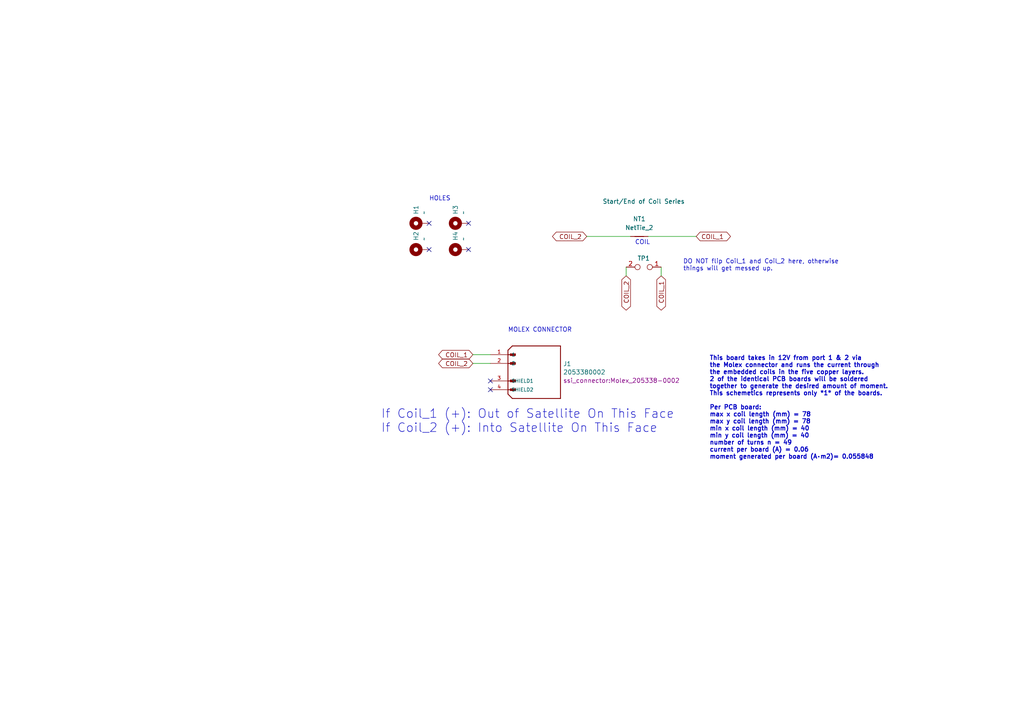
<source format=kicad_sch>
(kicad_sch (version 20231120) (generator "eeschema") (generator_version "8.0")
  (paper "A4")
  (title_block (title "Magnemite") (date "2024-05-07") (rev "2.0") (comment 1 "Designed by: Eric Liu") (comment 2 "Retrofitted by: River Dowdy"))
  (lib_symbols
    (symbol "Device:NetTie_2" (pin_numbers hide) (pin_names (offset 0) hide) (in_bom no)
      (property "Reference" "NT" (at 0 1.27 0))
      (property "Value" "NetTie_2" (at 0 -1.27 0))
      (symbol "NetTie_2_0_1"
        (polyline (pts (xy -1.27 0) (xy 1.27 0)) (stroke (width 0.254)))
      )
      (symbol "NetTie_2_1_1"
        (pin passive line (at -2.54 0 0) (length 2.54) (name "1") (number "1"))
        (pin passive line (at 2.54 0 180) (length 2.54) (name "2") (number "2"))
      )
    )
    (symbol "Mechanical:MountingHole_Pad" (pin_numbers hide) (pin_names (offset 1.016) hide)
      (property "Reference" "H" (at 0 6.35 0))
      (property "Value" "MountingHole_Pad" (at 0 4.445 0))
      (symbol "MountingHole_Pad_0_1"
        (circle (center 0 1.27) (radius 1.27) (stroke (width 1.27)))
      )
      (symbol "MountingHole_Pad_1_1"
        (pin input line (at 0 -2.54 90) (length 2.54) (name "1") (number "1"))
      )
    )
    (symbol "ssi_connector:205338-0002" (pin_names (offset 1.016))
      (property "Reference" "J*" (at 8.89 2.54 0))
      (property "Value" "205338-0002" (at 8.89 0 0))
      (property "Footprint" "ssi_connector:Molex_205338-0002" (at 8.89 -2.54 0))
      (symbol "205338-0002_0_0"
        (rectangle (start -6.985 -5.3975) (end -5.3975 -4.7625) (stroke (width 0.1)) (fill (type outline)))
        (rectangle (start -6.985 -2.8575) (end -5.3975 -2.2225) (stroke (width 0.1)) (fill (type outline)))
        (rectangle (start -6.985 2.2225) (end -5.3975 2.8575) (stroke (width 0.1)) (fill (type outline)))
        (rectangle (start -6.985 4.7625) (end -5.3975 5.3975) (stroke (width 0.1)) (fill (type outline)))
        (polyline (pts (xy -7.62 -6.35) (xy -6.35 -7.62)) (stroke (width 0.254)))
        (polyline (pts (xy -7.62 -5.08) (xy -5.715 -5.08)) (stroke (width 0.254)))
        (polyline (pts (xy -7.62 -2.54) (xy -5.715 -2.54)) (stroke (width 0.254)))
        (polyline (pts (xy -7.62 2.54) (xy -5.715 2.54)) (stroke (width 0.254)))
        (polyline (pts (xy -7.62 5.08) (xy -5.715 5.08)) (stroke (width 0.254)))
        (polyline (pts (xy -7.62 6.35) (xy -7.62 -6.35)) (stroke (width 0.254)))
        (polyline (pts (xy -7.62 6.35) (xy -6.35 7.62)) (stroke (width 0.254)))
        (polyline (pts (xy -6.35 -7.62) (xy 7.62 -7.62)) (stroke (width 0.254)))
        (polyline (pts (xy 7.62 -7.62) (xy 7.62 7.62)) (stroke (width 0.254)))
        (polyline (pts (xy 7.62 7.62) (xy -6.35 7.62)) (stroke (width 0.254)))
        (pin passive line (at -12.7 5.08 0) (length 5.08) (name "1") (number "1"))
        (pin passive line (at -12.7 2.54 0) (length 5.08) (name "2") (number "2"))
        (pin passive line (at -12.7 -2.54 0) (length 5.08) (name "SHIELD1") (number "3"))
        (pin passive line (at -12.7 -5.08 0) (length 5.08) (name "SHIELD2") (number "4"))
      )
    )
    (symbol "ssi_connector:TestPointConnection" (pin_names (offset 0.762) hide)
      (property "Reference" "TP" (at 0 1.524 0))
      (property "Value" "TestPointConnection" (at 0 -1.778 0))
      (symbol "TestPointConnection_0_1"
        (circle (center -1.778 0) (radius 0.762))
        (circle (center 1.778 0) (radius 0.762))
        (pin passive line (at -5.08 0 0) (length 2.54) (name "1") (number "1"))
        (pin passive line (at 5.08 0 180) (length 2.54) (name "2") (number "2"))
      )
    )
  )
  (no_connect (at 135.89 64.77))
  (no_connect (at 124.46 64.77))
  (no_connect (at 135.89 72.39))
  (no_connect (at 142.24 113.03))
  (no_connect (at 142.24 110.49))
  (no_connect (at 124.46 72.39))
  (wire (pts (xy 191.77 80.01) (xy 191.77 77.47)))
  (wire (pts (xy 137.16 102.87) (xy 142.24 102.87)))
  (wire (pts (xy 201.93 68.58) (xy 187.96 68.58)))
  (wire (pts (xy 181.61 80.01) (xy 181.61 77.47)))
  (wire (pts (xy 170.18 68.58) (xy 182.88 68.58)))
  (wire (pts (xy 137.16 105.41) (xy 142.24 105.41)))
  (text "If Coil_1 (+): Out of Satellite On This Face\nIf Coil_2 (+): Into Satellite On This Face" (at 110.49 125.73 0) (effects (font (size 2.54 2.54)) (justify left bottom)))
  (text "MOLEX CONNECTOR\n" (at 147.32 96.52 0) (effects (font (size 1.27 1.27)) (justify left bottom)))
  (text "This board takes in 12V from port 1 & 2 via \nthe Molex connector and runs the current through \nthe embedded coils in the five copper layers. \n2 of the identical PCB boards will be soldered \ntogether to generate the desired amount of moment. \nThis schemetics represents only *1* of the boards. \n\nPer PCB board: \nmax x coil length (mm) = 78\nmax y coil length (mm) = 78\nmin x coil length (mm) = 40\nmin y coil length (mm) = 40\nnumber of turns n = 49\ncurrent per board (A) = 0.06\nmoment generated per board (A⋅m2)= 0.055848" (at 205.74 133.35 0) (effects (font (size 1.27 1.27) (thickness 0.254) (bold yes)) (justify left bottom)))
  (text "COIL" (at 184.15 71.12 0) (effects (font (size 1.27 1.27)) (justify left bottom)))
  (text "DO NOT flip Coil_1 and Coil_2 here, otherwise\nthings will get messed up." (at 198.12 78.74 0) (effects (font (size 1.27 1.27)) (justify left bottom)))
  (text "HOLES" (at 124.46 58.42 0) (effects (font (size 1.27 1.27)) (justify left bottom)))
  (global_label "COIL_2" (shape bidirectional) (at 137.16 105.41 180) (property "Intersheetrefs" "${INTERSHEET_REFS}" (effects (hide yes))))
  (global_label "COIL_1" (shape bidirectional) (at 137.16 102.87 180) (property "Intersheetrefs" "${INTERSHEET_REFS}" (effects (hide yes))))
  (global_label "COIL_2" (shape bidirectional) (at 170.18 68.58 180) (property "Intersheetrefs" "${INTERSHEET_REFS}" (effects (hide yes))))
  (global_label "COIL_2" (shape bidirectional) (at 181.61 80.01 270) (property "Intersheetrefs" "${INTERSHEET_REFS}" (effects (hide yes))))
  (global_label "COIL_1" (shape bidirectional) (at 191.77 80.01 270) (property "Intersheetrefs" "${INTERSHEET_REFS}" (effects (hide yes))))
  (global_label "COIL_1" (shape bidirectional) (at 201.93 68.58 0) (property "Intersheetrefs" "${INTERSHEET_REFS}" (effects (hide yes))))
  (symbol (lib_id "Device:NetTie_2") (at 185.42 68.58 0) (unit 1) (in_bom no)
    (property "Reference" "NT1" (at 185.42 63.5 0))
    (property "Value" "NetTie_2" (at 185.42 66.04 0))
    (property "Footprint" "NetTie:NetTie-2_SMD_Pad0.5mm" (effects (hide yes)))
  )
  (symbol (lib_id "ssi_connector:TestPointConnection") (at 186.69 77.47 180) (unit 1)
    (property "Reference" "TP1" (at 186.69 74.93 0))
    (property "Value" "Start/End of Coil Series" (at 186.69 58.42 0))
    (property "Footprint" "ssi_connector:TestPointConnection" (effects (hide yes)))
    (property "Description" "2-polar test point" (effects (hide yes)))
  )
  (symbol (lib_id "ssi_connector:205338-0002") (at 154.94 107.95 0) (unit 1)
    (property "Reference" "J1" (at 163.322 105.5257 0) (effects (justify left)))
    (property "Value" "2053380002" (at 163.322 107.95 0) (effects (justify left)))
    (property "Footprint" "ssi_connector:Molex_205338-0002" (at 163.322 110.3743 0) (effects (justify left)))
    (property "PARTREV" "B" (effects (hide yes)))
    (property "STANDARD" "Manufacturer Recommendations" (effects (hide yes)))
    (property "MAXIMUM_PACKAGE_HEIGHT" "2.6 mm" (effects (hide yes)))
    (property "MANUFACTURER" "Molex" (effects (hide yes)))
  )
  (symbol (lib_id "Mechanical:MountingHole_Pad") (at 133.35 64.77 90) (unit 1) (in_bom no)
    (property "Reference" "H3" (at 132.1054 62.23 0) (effects (justify left)))
    (property "Value" "~" (at 134.4168 62.23 0) (effects (justify left)))
    (property "Footprint" "MountingHole:MountingHole_2.2mm_M2_DIN965_Pad_TopBottom" (effects (hide yes)))
  )
  (symbol (lib_id "Mechanical:MountingHole_Pad") (at 121.92 72.39 90) (unit 1) (in_bom no)
    (property "Reference" "H2" (at 120.6754 69.85 0) (effects (justify left)))
    (property "Value" "~" (at 122.9868 69.85 0) (effects (justify left)))
    (property "Footprint" "MountingHole:MountingHole_2.2mm_M2_DIN965_Pad_TopBottom" (effects (hide yes)))
  )
  (symbol (lib_id "Mechanical:MountingHole_Pad") (at 121.92 64.77 90) (unit 1) (in_bom no)
    (property "Reference" "H1" (at 120.6754 62.23 0) (effects (justify left)))
    (property "Value" "~" (at 122.9868 62.23 0) (effects (justify left)))
    (property "Footprint" "MountingHole:MountingHole_2.2mm_M2_DIN965_Pad_TopBottom" (effects (hide yes)))
  )
  (symbol (lib_id "Mechanical:MountingHole_Pad") (at 133.35 72.39 90) (unit 1) (in_bom no)
    (property "Reference" "H4" (at 132.1054 69.85 0) (effects (justify left)))
    (property "Value" "~" (at 134.4168 69.85 0) (effects (justify left)))
    (property "Footprint" "MountingHole:MountingHole_2.2mm_M2_DIN965_Pad_TopBottom" (effects (hide yes)))
  )
)
</source>
